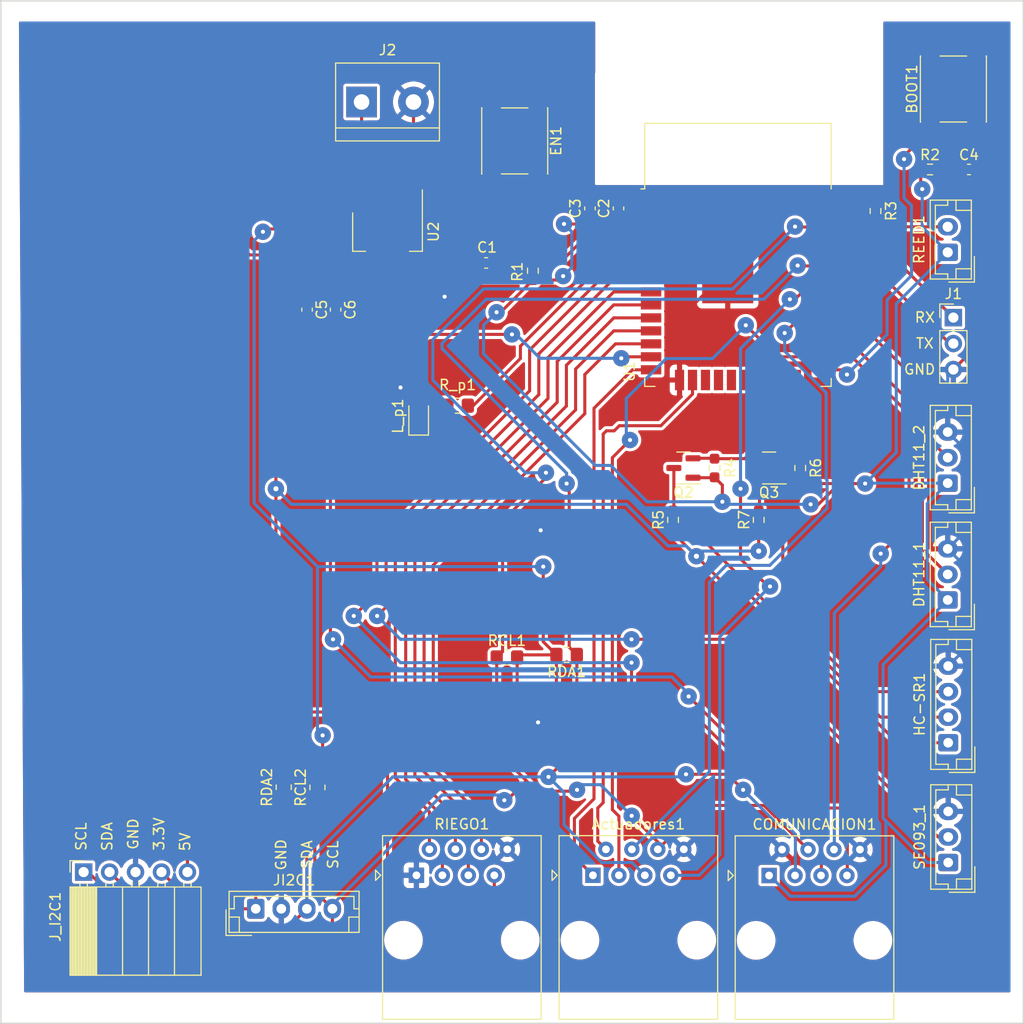
<source format=kicad_pcb>
(kicad_pcb (version 20211014) (generator pcbnew)
  (layers (0 "F.Cu" signal) (31 "B.Cu" signal) (34 "B.Paste" user) (35 "F.Paste" user) (36 "B.SilkS" user "B.Silkscreen") (37 "F.SilkS" user "F.Silkscreen") (38 "B.Mask" user) (39 "F.Mask" user) (44 "Edge.Cuts" user))
  (net 0 "")
  (net 2 "3.3v")
  (net 3 "5v")
  (net 4 "/Esp32Schematic/BOOT")
  (net 5 "SDA")
  (net 6 "/REED")
  (net 7 "/C_hum")
  (net 8 "/ControlV4")
  (net 9 "/ControlV1")
  (net 10 "/ConrolV2")
  (net 17 "/ControlV3")
  (net 18 "/Buzzer")
  (net 19 "/dht11_1d")
  (net 21 "/dht11_2d")
  (net 22 "SCL")
  (net 23 "GND")
  (net 24 "/Botones")
  (net 25 "/Prog_Rx")
  (net 26 "/Prog_Tx")
  (net 27 "Net-(L_p1-Pad2)")
  (net 28 "/ControlV5")
  (net 29 "/LedU1")
  (net 30 "/lm393_1_D")
  (net 31 "Net-(C1-Pad2)")
  (net 32 "/Sensores/Conversor_NLog5/HV1")
  (net 33 "/Sensores/Conversor_NLog5/HV2")
  (net 34 "/Led_Verde")
  (net 35 "/C_temp1")
  (net 36 "/C_temp2")
  (net 37 "/C_ilum")
  (net 38 "/Echo")
  (net 39 "/Trig")
  (net 40 "/Adicional")
  (footprint "Connector_PinHeader_2.54mm:PinHeader_1x03_P2.54mm_Vertical" (layer "F.Cu") (at 144.272 94.757)
    (fp_text reference "J1")
    (fp_text value "Conn_01x03_Male")
  )
  (footprint "Resistor_SMD:R_0603_1608Metric_Pad0.98x0.95mm_HandSolder" (layer "F.Cu") (at 136.652 84.328 90)
    (fp_text reference "R3")
    (fp_text value "2k")
  )
  (footprint "Resistor_SMD:R_0805_2012Metric_Pad1.20x1.40mm_HandSolder" (layer "F.Cu") (at 106.426 127.762 180)
    (fp_text reference "RDA1")
    (fp_text value "10k")
  )
  (footprint "Resistor_SMD:R_0805_2012Metric_Pad1.20x1.40mm_HandSolder" (layer "F.Cu") (at 100.584 128.016)
    (fp_text reference "RCL1")
    (fp_text value "10k")
  )
  (footprint "Capacitor_SMD:C_0603_1608Metric_Pad1.08x0.95mm_HandSolder" (layer "F.Cu") (at 98.552 89.408)
    (fp_text reference "C1")
    (fp_text value "1uF")
  )
  (footprint "TerminalBlock:TerminalBlock_bornier-2_P5.08mm" (layer "F.Cu") (at 86.36 73.66)
    (fp_text reference "J2")
    (fp_text value "Conn_01x02")
  )
  (footprint "Connector_PinSocket_2.54mm:PinSocket_1x05_P2.54mm_Horizontal" (layer "F.Cu") (at 59.162 149.016 90)
    (fp_text reference "J_I2C1")
    (fp_text value "Conn_01x05_Male")
  )
  (footprint "Button_Switch_SMD:SW_Push_1P1T_NO_6x6mm_H9.5mm" (layer "F.Cu") (at 144.272 72.39 90)
    (fp_text reference "BOOT1")
    (fp_text value "SW_Push")
  )
  (footprint "Connector_JST:JST_EH_B3B-EH-A_1x03_P2.50mm_Vertical" (layer "F.Cu") (at 143.718 110.958 90)
    (fp_text reference "DHT11_2")
    (fp_text value "Conn_01x03")
  )
  (footprint "Resistor_SMD:R_0805_2012Metric_Pad1.20x1.40mm_HandSolder" (layer "F.Cu") (at 82.042 140.732 90)
    (fp_text reference "RCL2")
    (fp_text value "10k")
  )
  (footprint "Resistor_SMD:R_0603_1608Metric_Pad0.98x0.95mm_HandSolder" (layer "F.Cu") (at 129.286 109.474 90)
    (fp_text reference "R6")
    (fp_text value "10k")
  )
  (footprint "Connector_JST:JST_EH_B2B-EH-A_1x02_P2.50mm_Vertical" (layer "F.Cu") (at 143.718 88.372 90)
    (fp_text reference "REED1")
    (fp_text value "Conn_01x02")
  )
  (footprint "Resistor_SMD:R_0805_2012Metric_Pad1.20x1.40mm_HandSolder" (layer "F.Cu") (at 95.758 103.378)
    (fp_text reference "R_p1")
    (fp_text value "47")
  )
  (footprint "Resistor_SMD:R_0805_2012Metric_Pad1.20x1.40mm_HandSolder" (layer "F.Cu") (at 78.74 140.716 90)
    (fp_text reference "RDA2")
    (fp_text value "10k")
  )
  (footprint "Connector_JST:JST_EH_B3B-EH-A_1x03_P2.50mm_Vertical" (layer "F.Cu") (at 143.718 122.388 90)
    (fp_text reference "DHT11_1")
    (fp_text value "Conn_01x03")
  )
  (footprint "Resistor_SMD:R_0603_1608Metric_Pad0.98x0.95mm_HandSolder" (layer "F.Cu") (at 116.84 114.554 90)
    (fp_text reference "R5")
    (fp_text value "10k")
  )
  (footprint "Connector_JST:JST_EH_B4B-EH-A_1x04_P2.50mm_Vertical" (layer "F.Cu") (at 76.006 152.608)
    (fp_text reference "JI2C1")
    (fp_text value "Conn_01x04")
  )
  (footprint "Capacitor_SMD:C_0603_1608Metric_Pad1.08x0.95mm_HandSolder" (layer "F.Cu") (at 81.026 93.98 -90)
    (fp_text reference "C5")
    (fp_text value "10u")
  )
  (footprint "RF_Module:ESP32-WROOM-32" (layer "F.Cu") (at 123.19 91.61)
    (fp_text reference "U1")
    (fp_text value "ESP32-WROOM-32")
  )
  (footprint "Capacitor_SMD:C_0603_1608Metric_Pad1.08x0.95mm_HandSolder" (layer "F.Cu") (at 145.796 80.264)
    (fp_text reference "C4")
    (fp_text value "1uF")
  )
  (footprint "Connector_RJ:RJ45_Amphenol_54602-x08_Horizontal" (layer "F.Cu") (at 91.7295 149.332)
    (fp_text reference "RIEGO1")
    (fp_text value "RJ45")
  )
  (footprint "Connector_RJ:RJ45_Amphenol_54602-x08_Horizontal" (layer "F.Cu") (at 109.0015 149.332)
    (fp_text reference "Actuadores1")
    (fp_text value "RJ45")
  )
  (footprint "Package_TO_SOT_SMD:SOT-23" (layer "F.Cu") (at 126.238 109.474 180)
    (fp_text reference "Q3")
    (fp_text value "BSS138")
  )
  (footprint "Capacitor_SMD:C_0603_1608Metric_Pad1.08x0.95mm_HandSolder" (layer "F.Cu") (at 83.82 93.98 -90)
    (fp_text reference "C6")
    (fp_text value "100u")
  )
  (footprint "Button_Switch_SMD:SW_Push_1P1T_NO_6x6mm_H9.5mm" (layer "F.Cu") (at 101.346 77.47 -90)
    (fp_text reference "EN1")
    (fp_text value "SW_Push")
  )
  (footprint "Package_TO_SOT_SMD:SOT-223-3_TabPin2" (layer "F.Cu") (at 88.9 86.36 -90)
    (fp_text reference "U2")
    (fp_text value "AMS1117-3.3")
  )
  (footprint "Connector_RJ:RJ45_Amphenol_54602-x08_Horizontal" (layer "F.Cu") (at 126.238 149.352)
    (fp_text reference "COMUNICACION1")
    (fp_text value "RJ45")
  )
  (footprint "Resistor_SMD:R_0603_1608Metric_Pad0.98x0.95mm_HandSolder" (layer "F.Cu") (at 120.904 109.474 90)
    (fp_text reference "R4")
    (fp_text value "10k")
  )
  (footprint "Connector_JST:JST_EH_B3B-EH-A_1x03_P2.50mm_Vertical" (layer "F.Cu") (at 143.764 148.082 90)
    (fp_text reference "SE093_1")
    (fp_text value "Conn_01x03")
  )
  (footprint "Resistor_SMD:R_0603_1608Metric_Pad0.98x0.95mm_HandSolder" (layer "F.Cu") (at 141.986 80.264)
    (fp_text reference "R2")
    (fp_text value "10k")
  )
  (footprint "LED_SMD:LED_0805_2012Metric_Pad1.15x1.40mm_HandSolder" (layer "F.Cu") (at 91.948 104.394 90)
    (fp_text reference "L_p1")
    (fp_text value "LED")
  )
  (footprint "Resistor_SMD:R_0603_1608Metric_Pad0.98x0.95mm_HandSolder" (layer "F.Cu") (at 103.124 90.17 90)
    (fp_text reference "R1")
    (fp_text value "10k")
  )
  (footprint "Package_TO_SOT_SMD:SOT-23" (layer "F.Cu") (at 117.856 109.474 180)
    (fp_text reference "Q2")
    (fp_text value "BSS138")
  )
  (footprint "Resistor_SMD:R_0603_1608Metric_Pad0.98x0.95mm_HandSolder" (layer "F.Cu") (at 125.222 114.554 90)
    (fp_text reference "R7")
    (fp_text value "10k")
  )
  (footprint "Connector_JST:JST_EH_B4B-EH-A_1x04_P2.50mm_Vertical" (layer "F.Cu") (at 143.764 136.358 90)
    (fp_text reference "HC-SR1")
    (fp_text value "Conn_01x04")
  )
  (footprint "Capacitor_SMD:C_0603_1608Metric_Pad1.08x0.95mm_HandSolder" (layer "F.Cu") (at 108.712 84.074 90)
    (fp_text reference "C3")
    (fp_text value "10uF")
  )
  (footprint "Capacitor_SMD:C_0603_1608Metric_Pad1.08x0.95mm_HandSolder" (layer "F.Cu") (at 111.506 84.074 90)
    (fp_text reference "C2")
    (fp_text value "0.1uF")
  )
  (gr_rect (start 151.13 63.754) (end 51.054 163.83) (layer "Edge.Cuts") (width 0.15) (fill none))
  (gr_text "SDA" (at 81.026 147.32 90) (layer "F.SilkS") (effects (font (size 1 1))))
  (gr_text "GND" (at 140.97 99.822) (layer "F.SilkS") (effects (font (size 1 1))))
  (gr_text "GND" (at 64.008 145.288 90) (layer "F.SilkS") (effects (font (size 1 1))))
  (gr_text "RX" (at 141.478 94.742) (layer "F.SilkS") (effects (font (size 1 1))))
  (gr_text "5V" (at 69.088 146.05 90) (layer "F.SilkS") (effects (font (size 1 1))))
  (gr_text "SDA" (at 61.468 145.542 90) (layer "F.SilkS") (effects (font (size 1 1))))
  (gr_text "SCL" (at 58.928 145.542 90) (layer "F.SilkS") (effects (font (size 1 1))))
  (gr_text "TX" (at 141.478 97.282) (layer "F.SilkS") (effects (font (size 1 1))))
  (gr_text "3.3V" (at 66.548 145.288 90) (layer "F.SilkS") (effects (font (size 1 1))))
  (gr_text "GND" (at 78.486 147.32 90) (layer "F.SilkS") (effects (font (size 1 1))))
  (gr_text "SCL" (at 83.566 147.32 90) (layer "F.SilkS") (effects (font (size 1 1))))
  (segment (start 82.026 139.716) (end 82.042 139.732) (width 0.3) (layer "F.Cu") (net 2))
  (segment (start 106.085094 90.6985) (end 105.701094 91.0825) (width 0.3) (layer "F.Cu") (net 2))
  (segment (start 133.096 110.998) (end 131.064 113.03) (width 0.3) (layer "F.Cu") (net 2))
  (segment (start 99.9725 94.234) (end 103.124 91.0825) (width 0.3) (layer "F.Cu") (net 2))
  (segment (start 105.426 127.762) (end 101.838 127.762) (width 0.3) (layer "F.Cu") (net 2))
  (segment (start 121.666 112.776) (end 121.666 111.1485) (width 0.3) (layer "F.Cu") (net 2))
  (segment (start 85.2925 93.1175) (end 83.82 93.1175) (width 0.3) (layer "F.Cu") (net 2))
  (segment (start 90.4725 91.0825) (end 88.9 89.51) (width 0.3) (layer "F.Cu") (net 2))
  (segment (start 99.568 94.234) (end 99.9725 94.234) (width 0.3) (layer "F.Cu") (net 2))
  (segment (start 101.584 131.318) (end 101.584 128.016) (width 0.3) (layer "F.Cu") (net 2))
  (segment (start 121.666 111.1485) (end 120.904 110.3865) (width 0.3) (layer "F.Cu") (net 2))
  (segment (start 82.55 135.636) (end 82.55 139.224) (width 0.3) (layer "F.Cu") (net 2))
  (segment (start 104.14 119.126) (end 104.14 126.476) (width 0.3) (layer "F.Cu") (net 2))
  (segment (start 141.224 82.182339) (end 141.0735 82.031839) (width 0.3) (layer "F.Cu") (net 2))
  (segment (start 129.8975 110.998) (end 129.286 110.3865) (width 0.3) (layer "F.Cu") (net 2))
  (segment (start 78.74 139.716) (end 82.026 139.716) (width 0.3) (layer "F.Cu") (net 2))
  (segment (start 82.55 139.224) (end 82.042 139.732) (width 0.3) (layer "F.Cu") (net 2))
  (segment (start 101.838 127.762) (end 101.584 128.016) (width 0.3) (layer "F.Cu") (net 2))
  (segment (start 101.584 131.318) (end 105.426 131.318) (width 0.3) (layer "F.Cu") (net 2))
  (segment (start 88.9 89.51) (end 85.2925 93.1175) (width 0.3) (layer "F.Cu") (net 2))
  (segment (start 135.636 110.998) (end 133.096 110.998) (width 0.3) (layer "F.Cu") (net 2))
  (segment (start 85.476 86.086) (end 88.9 89.51) (width 0.3) (layer "F.Cu") (net 2))
  (segment (start 76.006 152.608) (end 76.006 140.402) (width 0.3) (layer "F.Cu") (net 2))
  (segment (start 76.982 86.086) (end 76.708 86.36) (width 0.3) (layer "F.Cu") (net 2))
  (segment (start 105.701094 91.0825) (end 103.124 91.0825) (width 0.3) (layer "F.Cu") (net 2))
  (segment (start 131.064 113.03) (end 130.302 113.03) (width 0.3) (layer "F.Cu") (net 2))
  (segment (start 76.692 139.716) (end 78.74 139.716) (width 0.3) (layer "F.Cu") (net 2))
  (segment (start 111.506 84.9365) (end 108.712 84.9365) (width 0.3) (layer "F.Cu") (net 2))
  (segment (start 76.006 152.608) (end 70.374 152.608) (width 0.3) (layer "F.Cu") (net 2))
  (segment (start 76.006 140.402) (end 76.692 139.716) (width 0.3) (layer "F.Cu") (net 2))
  (segment (start 104.14 126.476) (end 105.426 127.762) (width 0.3) (layer "F.Cu") (net 2))
  (segment (start 85.476 86.086) (end 76.982 86.086) (width 0.3) (layer "F.Cu") (net 2))
  (segment (start 106.172 85.598) (end 108.0505 85.598) (width 0.3) (layer "F.Cu") (net 2))
  (segment (start 129.2485 110.424) (end 129.286 110.3865) (width 0.3) (layer "F.Cu") (net 2))
  (segment (start 111.8175 84.625) (end 111.506 84.9365) (width 0.3) (layer "F.Cu") (net 2))
  (segment (start 127.1755 110.424) (end 129.2485 110.424) (width 0.3) (layer "F.Cu") (net 2))
  (segment (start 114.69 84.625) (end 111.8175 84.625) (width 0.3) (layer "F.Cu") (net 2))
  (segment (start 103.124 91.0825) (end 90.4725 91.0825) (width 0.3) (layer "F.Cu") (net 2))
  (segment (start 70.374 152.608) (end 66.782 149.016) (width 0.3) (layer "F.Cu") (net 2))
  (segment (start 108.0505 85.598) (end 108.712 84.9365) (width 0.3) (layer "F.Cu") (net 2))
  (segment (start 141.0735 82.031839) (end 141.0735 80.264) (width 0.3) (layer "F.Cu") (net 2))
  (segment (start 133.096 110.998) (end 129.8975 110.998) (width 0.3) (layer "F.Cu") (net 2))
  (segment (start 118.7935 110.424) (end 120.8665 110.424) (width 0.3) (layer "F.Cu") (net 2))
  (segment (start 105.426 131.318) (end 105.426 127.762) (width 0.3) (layer "F.Cu") (net 2))
  (segment (start 88.9 89.51) (end 88.9 83.21) (width 0.3) (layer "F.Cu") (net 2))
  (segment (start 120.8665 110.424) (end 120.904 110.3865) (width 0.3) (layer "F.Cu") (net 2))
  (via (at 121.666 112.776) (size 1.6) (drill 0.4) (layers "F.Cu" "B.Cu") (net 2))
  (via (at 130.302 113.03) (size 1.6) (drill 0.4) (layers "F.Cu" "B.Cu") (net 2))
  (via (at 76.708 86.36) (size 1.6) (drill 0.4) (layers "F.Cu" "B.Cu") (net 2))
  (via (at 82.55 135.636) (size 1.6) (drill 0.4) (layers "F.Cu" "B.Cu") (net 2))
  (via (at 104.14 119.126) (size 1.6) (drill 0.4) (layers "F.Cu" "B.Cu") (net 2))
  (via (at 106.172 85.598) (size 1.6) (drill 0.4) (layers "F.Cu" "B.Cu") (net 2))
  (via (at 106.085094 90.6985) (size 1.6) (drill 0.4) (layers "F.Cu" "B.Cu") (net 2))
  (via (at 99.568 94.234) (size 1.6) (drill 0.4) (layers "F.Cu" "B.Cu") (net 2))
  (via (at 135.636 110.998) (size 1.6) (drill 0.4) (layers "F.Cu" "B.Cu") (net 2))
  (via (at 141.224 82.182339) (size 1.6) (drill 0.4) (layers "F.Cu" "B.Cu") (net 2))
  (segment (start 75.848 87.22) (end 75.848 112.932) (width 0.3) (layer "B.Cu") (net 2))
  (segment (start 106.085094 90.6985) (end 106.934 89.849594) (width 0.3) (layer "B.Cu") (net 2))
  (segment (start 141.715871 112.960129) (end 141.715871 120.385871) (width 0.3) (layer "B.Cu") (net 2))
  (segment (start 143.718 110.958) (end 141.715871 112.960129) (width 0.3) (layer "B.Cu") (net 2))
  (segment (start 114.3 112.776) (end 121.666 112.776) (width 0.3) (layer "B.Cu") (net 2))
  (segment (start 76.708 86.36) (end 75.848 87.22) (width 0.3) (layer "B.Cu") (net 2))
  (segment (start 122.174 113.03) (end 121.92 113.03) (width 0.3) (layer "B.Cu") (net 2))
  (segment (start 98.298 95.504) (end 98.298 98.298) (width 0.3) (layer "B.Cu") (net 2))
  (segment (start 82.042 135.128) (end 82.55 135.636) (width 0.3) (layer "B.Cu") (net 2))
  (segment (start 143.764 148.082) (end 141.732 148.082) (width 0.3) (layer "B.Cu") (net 2))
  (segment (start 106.934 89.849594) (end 106.934 86.36) (width 0.3) (layer "B.Cu") (net 2))
  (segment (start 137.394 143.744) (end 137.394 128.712) (width 0.3) (layer "B.Cu") (net 2))
  (segment (start 121.92 113.03) (end 121.666 112.776) (width 0.3) (layer "B.Cu") (net 2))
  (segment (start 106.934 86.36) (end 106.172 85.598) (width 0.3) (layer "B.Cu") (net 2))
  (segment (start 137.668 148.336) (end 134.62 151.384) (width 0.3) (layer "B.Cu") (net 2))
  (segment (start 130.302 113.03) (end 122.174 113.03) (width 0.3) (layer "B.Cu") (net 2))
  (segment (start 134.62 151.384) (end 128.3255 151.384) (width 0.3) (layer "B.Cu") (net 2))
  (segment (start 141.224 82.182339) (end 141.224 85.878) (width 0.3) (layer "B.Cu") (net 2))
  (segment (start 135.636 110.998) (end 138.684 107.95) (width 0.3) (layer "B.Cu") (net 2))
  (segment (start 135.636 110.998) (end 135.676 110.958) (width 0.3) (layer "B.Cu") (net 2))
  (segment (start 98.298 98.298) (end 109.22 109.22) (width 0.3) (layer "B.Cu") (net 2))
  (segment (start 109.22 109.22) (end 110.744 109.22) (width 0.3) (layer "B.Cu") (net 2))
  (segment (start 82.042 119.126) (end 104.14 119.126) (width 0.3) (layer "B.Cu") (net 2))
  (segment (start 138.684 107.95) (end 138.684 93.406) (width 0.3) (layer "B.Cu") (net 2))
  (segment (start 137.668 144.018) (end 137.668 148.336) (width 0.3) (layer "B.Cu") (net 2))
  (segment (start 110.744 109.22) (end 114.3 112.776) (width 0.3) (layer "B.Cu") (net 2))
  (segment (start 75.848 112.932) (end 82.042 119.126) (width 0.3) (layer "B.Cu") (net 2))
  (segment (start 128.3255 151.384) (end 126.2735 149.332) (width 0.3) (layer "B.Cu") (net 2))
  (segment (start 135.676 110.958) (end 143.718 110.958) (width 0.3) (layer "B.Cu") (net 2))
  (segment (start 138.684 93.406) (end 143.718 88.372) (width 0.3) (layer "B.Cu") (net 2))
  (segment (start 82.042 119.126) (end 82.042 135.128) (width 0.3) (layer "B.Cu") (net 2))
  (segment (start 141.715871 120.385871) (end 143.718 122.388) (width 0.3) (layer "B.Cu") (net 2))
  (segment (start 99.568 94.234) (end 98.298 95.504) (width 0.3) (layer "B.Cu") (net 2))
  (segment (start 141.224 85.878) (end 143.718 88.372) (width 0.3) (layer "B.Cu") (net 2))
  (segment (start 141.732 148.082) (end 137.394 143.744) (width 0.3) (layer "B.Cu") (net 2))
  (segment (start 137.394 128.712) (end 143.718 122.388) (width 0.3) (layer "B.Cu") (net 2))
  (segment (start 121.92 120.904) (end 123.33816 120.904) (width 0.3) (layer "F.Cu") (net 3))
  (segment (start 77.978 111.506) (end 77.978 93.218) (width 0.3) (layer "F.Cu") (net 3))
  (segment (start 88.9 150.622) (end 90.932 152.654) (width 0.3) (layer "F.Cu") (net 3))
  (segment (start 97.536 152.654) (end 99.3495 150.8405) (width 0.3) (layer "F.Cu") (net 3))
  (segment (start 86.36 82.97) (end 86.6 83.21) (width 0.3) (layer "F.Cu") (net 3))
  (segment (start 88.9 137.668) (end 88.9 150.622) (width 0.3) (layer "F.Cu") (net 3))
  (segment (start 74.676 87.884) (end 75.418 88.626) (width 0.3) (layer "F.Cu") (net 3))
  (segment (start 77.298 88.626) (end 81.026 92.354) (width 0.3) (layer "F.Cu") (net 3))
  (segment (start 119.126 118.11) (end 121.92 120.904) (width 0.3) (layer "F.Cu") (net 3))
  (segment (start 116.84 115.824) (end 116.84 115.4665) (width 0.3) (layer "F.Cu") (net 3))
  (segment (start 99.3495 150.8405) (end 99.3495 149.332) (width 0.3) (layer "F.Cu") (net 3))
  (segment (start 78.0785 93.1175) (end 81.026 93.1175) (width 0.3) (layer "F.Cu") (net 3))
  (segment (start 77.978 111.506) (end 77.978 131.826) (width 0.3) (layer "F.Cu") (net 3))
  (segment (start 79.502 133.35) (end 84.582 133.35) (width 0.3) (layer "F.Cu") (net 3))
  (segment (start 75.418 88.626) (end 77.298 88.626) (width 0.3) (layer "F.Cu") (net 3))
  (segment (start 76.708 83.566) (end 74.676 85.598) (width 0.3) (layer "F.Cu") (net 3))
  (segment (start 119.126 118.11) (end 116.84 115.824) (width 0.3) (layer "F.Cu") (net 3))
  (segment (start 74.676 85.598) (end 74.676 87.884) (width 0.3) (layer "F.Cu") (net 3))
  (segment (start 90.932 152.654) (end 97.536 152.654) (width 0.3) (layer "F.Cu") (net 3))
  (segment (start 77.978 93.218) (end 78.0785 93.1175) (width 0.3) (layer "F.Cu") (net 3))
  (segment (start 77.978 131.826) (end 79.502 133.35) (width 0.3) (layer "F.Cu") (net 3))
  (segment (start 86.244 83.566) (end 76.708 83.566) (width 0.3) (layer "F.Cu") (net 3))
  (segment (start 69.322 143.276) (end 69.322 149.016) (width 0.3) (layer "F.Cu") (net 3))
  (segment (start 123.33816 120.904) (end 138.79216 136.358) (width 0.3) (layer "F.Cu") (net 3))
  (segment (start 86.36 73.66) (end 86.36 82.97) (width 0.3) (layer "F.Cu") (net 3))
  (segment (start 77.978 131.826) (end 77.978 134.62) (width 0.3) (layer "F.Cu") (net 3))
  (segment (start 81.026 92.354) (end 81.026 93.1175) (width 0.3) (layer "F.Cu") (net 3))
  (segment (start 77.978 134.62) (end 69.322 143.276) (width 0.3) (layer "F.Cu") (net 3))
  (segment (start 125.222 117.602) (end 125.222 115.4665) (width 0.3) (layer "F.Cu") (net 3))
  (segment (start 86.6 83.21) (end 86.244 83.566) (width 0.3) (layer "F.Cu") (net 3))
  (segment (start 138.79216 136.358) (end 143.764 136.358) (width 0.3) (layer "F.Cu") (net 3))
  (segment (start 84.582 133.35) (end 88.9 137.668) (width 0.3) (layer "F.Cu") (net 3))
  (via (at 77.978 111.506) (size 1.6) (drill 0.5) (layers "F.Cu" "B.Cu") (net 3))
  (via (at 125.222 117.602) (size 1.6) (drill 0.5) (layers "F.Cu" "B.Cu") (net 3))
  (via (at 119.126 118.11) (size 1.6) (drill 0.5) (layers "F.Cu" "B.Cu") (net 3))
  (segment (start 118.11 117.094) (end 116.332 117.094) (width 0.3) (layer "B.Cu") (net 3))
  (segment (start 116.332 117.094) (end 112.268 113.03) (width 0.3) (layer "B.Cu") (net 3))
  (segment (start 119.634 117.602) (end 125.222 117.602) (width 0.3) (layer "B.Cu") (net 3))
  (segment (start 119.126 118.11) (end 118.11 117.094) (width 0.3) (layer "B.Cu") (net 3))
  (segment (start 119.126 118.11) (end 119.634 117.602) (width 0.3) (layer "B.Cu") (net 3))
  (segment (start 112.268 113.03) (end 79.502 113.03) (width 0.3) (layer "B.Cu") (net 3))
  (segment (start 79.502 113.03) (end 77.978 111.506) (width 0.3) (layer "B.Cu") (net 3))
  (segment (start 142.022 77.3525) (end 144.9335 80.264) (width 0.3) (layer "F.Cu") (net 4))
  (segment (start 133.393 99.865) (end 133.858 100.33) (width 0.3) (layer "F.Cu") (net 4))
  (segment (start 139.446 79.248) (end 139.446 78.941) (width 0.3) (layer "F.Cu") (net 4))
  (segment (start 142.022 76.365) (end 142.022 68.415) (width 0.3) (layer "F.Cu") (net 4))
  (segment (start 139.446 78.941) (end 142.022 76.365) (width 0.3) (layer "F.Cu") (net 4))
  (segment (start 131.69 99.865) (end 133.393 99.865) (width 0.3) (layer "F.Cu") (net 4))
  (segment (start 142.022 76.365) (end 142.022 77.3525) (width 0.3) (layer "F.Cu") (net 4))
  (segment (start 144.9335 80.264) (end 142.8985 80.264) (width 0.3) (layer "F.Cu") (net 4))
  (via (at 133.858 100.33) (size 1.6) (drill 0.4) (layers "F.Cu" "B.Cu") (net 4))
  (via (at 139.446 79.248) (size 1.6) (drill 0.4) (layers "F.Cu" "B.Cu") (net 4))
  (segment (start 140.173604 90.643604) (end 140.173604 83.785604) (width 0.3) (layer "B.Cu") (net 4))
  (segment (start 133.858 100.33) (end 137.784 96.404) (width 0.3) (layer "B.Cu") (net 4))
  (segment (start 137.784 96.404) (end 137.784 93.98) (width 0.3) (layer "B.Cu") (net 4))
  (segment (start 140.173604 83.785604) (end 139.446 83.058) (width 0.3) (layer "B.Cu") (net 4))
  (segment (start 137.784 93.98) (end 137.784 93.033208) (width 0.3) (layer "B.Cu") (net 4))
  (segment (start 137.784 93.033208) (end 140.173604 90.643604) (width 0.3) (layer "B.Cu") (net 4))
  (segment (start 139.446 83.058) (end 139.446 79.248) (width 0.3) (layer "B.Cu") (net 4))
  (segment (start 129.075 89.705) (end 129.032 89.662) (width 0.3) (layer "F.Cu") (net 5))
  (segment (start 68.388 155.702) (end 61.702 149.016) (width 0.3) (layer "F.Cu") (net 5))
  (segment (start 106.68 111.252) (end 106.68 127.013918) (width 0.3) (layer "F.Cu") (net 5))
  (segment (start 131.69 89.705) (end 129.075 89.705) (width 0.3) (layer "F.Cu") (net 5))
  (segment (start 81.006 152.608) (end 77.912 155.702) (width 0.3) (layer "F.Cu") (net 5))
  (segment (start 118.11 139.446) (end 122.174 139.446) (width 0.3) (layer "F.Cu") (net 5))
  (segment (start 107.426 136.922) (end 107.426 131.318) (width 0.3) (layer "F.Cu") (net 5))
  (segment (start 104.648 139.7) (end 107.426 136.922) (width 0.3) (layer "F.Cu") (net 5))
  (segment (start 77.912 155.702) (end 68.388 155.702) (width 0.3) (layer "F.Cu") (net 5))
  (segment (start 81.006 143.982) (end 81.006 152.608) (width 0.3) (layer "F.Cu") (net 5))
  (segment (start 106.426 110.998) (end 106.68 111.252) (width 0.3) (layer "F.Cu") (net 5))
  (segment (start 122.174 139.446) (end 123.698 140.97) (width 0.3) (layer "F.Cu") (net 5))
  (segment (start 106.68 127.013918) (end 107.426 127.759918) (width 0.3) (layer "F.Cu") (net 5))
  (segment (start 107.426 127.762) (end 107.426 131.318) (width 0.3) (layer "F.Cu") (net 5))
  (segment (start 107.426 127.759918) (end 107.426 127.762) (width 0.3) (layer "F.Cu") (net 5))
  (segment (start 78.74 141.716) (end 81.006 143.982) (width 0.3) (layer "F.Cu") (net 5))
  (via (at 104.648 139.7) (size 1.6) (drill 0.4) (layers "F.Cu" "B.Cu") (net 5))
  (via (at 129.032 89.662) (size 1.6) (drill 0.4) (layers "F.Cu" "B.Cu") (net 5))
  (via (at 123.698 140.97) (size 1.6) (drill 0.4) (layers "F.Cu" "B.Cu") (net 5))
  (via (at 118.11 139.446) (size 1.6) (drill 0.4) (layers "F.Cu" "B.Cu") (net 5))
  (via (at 106.426 110.998) (size 1.6) (drill 0.4) (layers "F.Cu" "B.Cu") (net 5))
  (segment (start 106.426 110.998) (end 106.426 109.982) (width 0.3) (layer "B.Cu") (net 5))
  (segment (start 117.856 139.7) (end 118.11 139.446) (width 0.3) (layer "B.Cu") (net 5))
  (segment (start 104.648 139.7) (end 89.408 139.7) (width 0.3) (layer "B.Cu") (net 5))
  (segment (start 106.172 144.389557) (end 109.864443 148.082) (width 0.3) (layer "B.Cu") (net 5))
  (segment (start 106.172 141.224) (end 106.172 144.389557) (width 0.3) (layer "B.Cu") (net 5))
  (segment (start 106.426 109.982) (end 94.234 97.79) (width 0.3) (layer "B.Cu") (net 5))
  (segment (start 127 144.272) (end 127.762 144.272) (width 0.3) (layer "B.Cu") (net 5))
  (segment (start 112.8315 148.082) (end 114.0815 149.332) (width 0.3) (layer "B.Cu") (net 5))
  (segment (start 104.648 139.7) (end 117.856 139.7) (width 0.3) (layer "B.Cu") (net 5))
  (segment (start 104.648 139.7) (end 106.172 141.224) (width 0.3) (layer "B.Cu") (net 5))
  (segment (start 125.73 92.964) (end 129.032 89.662) (width 0.3) (layer "B.Cu") (net 5))
  (segment (start 128.8135 145.3235) (end 128.8135 149.332) (width 0.3) (layer "B.Cu") (net 5))
  (segment (start 94.234 97.282) (end 98.552 92.964) (width 0.3) (layer "B.Cu") (net 5))
  (segment (start 109.864443 148.082) (end 112.8315 148.082) (width 0.3) (layer "B.Cu") (net 5))
  (segment (start 89.408 139.7) (end 81.006 148.102) (width 0.3) (layer "B.Cu") (net 5))
  (segment (start 98.552 92.964) (end 125.73 92.964) (width 0.3) (layer "B.Cu") (net 5))
  (segment (start 127.762 144.272) (end 128.8135 145.3235) (width 0.3) (layer "B.Cu") (net 5))
  (segment (start 94.234 97.79) (end 94.234 97.282) (width 0.3) (layer "B.Cu") (net 5))
  (segment (start 81.006 148.102) (end 81.006 152.608) (width 0.3) (layer "B.Cu") (net 5))
  (segment (start 123.698 140.97) (end 127 144.272) (width 0.3) (layer "B.Cu") (net 5))
  (segment (start 136.652 85.2405) (end 137.2835 85.872) (width 0.3) (layer "F.Cu") (net 6))
  (segment (start 131.69 84.625) (end 136.0365 84.625) (width 0.3) (layer "F.Cu") (net 6))
  (segment (start 137.2835 85.872) (end 143.718 85.872) (width 0.3) (layer "F.Cu") (net 6))
  (segment (start 136.0365 84.625) (end 136.652 85.2405) (width 0.3) (layer "F.Cu") (net 6))
  (segment (start 129.243 94.785) (end 127.762 96.266) (width 0.3) (layer "F.Cu") (net 7))
  (segment (start 131.69 94.785) (end 129.243 94.785) (width 0.3) (layer "F.Cu") (net 7))
  (via (at 127.762 96.266) (size 1.6) (drill 0.4) (layers "F.Cu" "B.Cu") (net 7))
  (segment (start 127.762 96.266) (end 127.762 98.044) (width 0.3) (layer "B.Cu") (net 7))
  (segment (start 131.826 110.579328) (end 131.915336 110.668664) (width 0.3) (layer "B.Cu") (net 7))
  (segment (start 122.044 119.002) (end 120.396 120.65) (width 0.3) (layer "B.Cu") (net 7))
  (segment (start 120.396 139.2075) (end 112.8115 146.792) (width 0.3) (layer "B.Cu") (net 7))
  (segment (start 131.826 102.108) (end 131.826 110.579328) (width 0.3) (layer "B.Cu") (net 7))
  (segment (start 127.762 98.044) (end 131.826 102.108) (width 0.3) (layer "B.Cu") (net 7))
  (segment (start 126.309899 119.002) (end 122.044 119.002) (width 0.3) (layer "B.Cu") (net 7))
  (segment (start 131.915336 113.396563) (end 126.309899 119.002) (width 0.3) (layer "B.Cu") (net 7))
  (segment (start 131.915336 110.668664) (end 131.915336 113.396563) (width 0.3) (layer "B.Cu") (net 7))
  (segment (start 120.396 120.65) (end 120.396 139.2075) (width 0.3) (layer "B.Cu") (net 7))
  (segment (start 111.035416 93.515) (end 105.504 99.046416) (width 0.3) (layer "F.Cu") (net 8))
  (segment (start 90.678 117.864376) (end 90.678 139.954) (width 0.3) (layer "F.Cu") (net 8))
  (segment (start 94.2695 144.3075) (end 94.2695 149.332) (width 0.3) (layer "F.Cu") (net 8))
  (segment (start 90.678 139.954) (end 94.234 143.51) (width 0.3) (layer "F.Cu") (net 8))
  (segment (start 105.504 99.046416) (end 105.504 103.038376) (width 0.3) (layer "F.Cu") (net 8))
  (segment (start 114.69 93.515) (end 111.035416 93.515) (width 0.3) (layer "F.Cu") (net 8))
  (segment (start 94.234 143.51) (end 94.234 144.272) (width 0.3) (layer "F.Cu") (net 8))
  (segment (start 105.504 103.038376) (end 90.678 117.864376) (width 0.3) (layer "F.Cu") (net 8))
  (segment (start 94.234 144.272) (end 94.2695 144.3075) (width 0.3) (layer "F.Cu") (net 8))
  (segment (start 114.69 97.325) (end 111.209 97.325) (width 0.3) (layer "F.Cu") (net 9))
  (segment (start 108.204 104.156752) (end 93.378 118.982752) (width 0.3) (layer "F.Cu") (net 9))
  (segment (start 108.204 100.33) (end 108.204 104.156752) (width 0.3) (layer "F.Cu") (net 9))
  (segment (start 111.209 97.325) (end 108.204 100.33) (width 0.3) (layer "F.Cu") (net 9))
  (segment (start 98.0795 143.537124) (end 98.0795 146.792) (width 0.3) (layer "F.Cu") (net 9))
  (segment (start 93.378 138.835624) (end 98.0795 143.537124) (width 0.3) (layer "F.Cu") (net 9))
  (segment (start 93.378 118.982752) (end 93.378 138.835624) (width 0.3) (layer "F.Cu") (net 9))
  (segment (start 92.478 139.208416) (end 96.774 143.504416) (width 0.3) (layer "F.Cu") (net 10))
  (segment (start 96.8095 144.8155) (end 96.8095 149.332) (width 0.3) (layer "F.Cu") (net 10))
  (segment (start 96.774 143.504416) (end 96.774 144.78) (width 0.3) (layer "F.Cu") (net 10))
  (segment (start 114.69 96.055) (end 111.041 96.055) (width 0.3) (layer "F.Cu") (net 10))
  (segment (start 107.304 103.78396) (end 92.478 118.60996) (width 0.3) (layer "F.Cu") (net 10))
  (segment (start 107.304 99.792) (end 107.304 103.78396) (width 0.3) (layer "F.Cu") (net 10))
  (segment (start 92.478 118.60996) (end 92.478 139.208416) (width 0.3) (layer "F.Cu") (net 10))
  (segment (start 111.041 96.055) (end 107.304 99.792) (width 0.3) (layer "F.Cu") (net 10))
  (segment (start 96.774 144.78) (end 96.8095 144.8155) (width 0.3) (layer "F.Cu") (net 10))
  (segment (start 91.578 139.581208) (end 95.5395 143.542708) (width 0.3) (layer "F.Cu") (net 17))
  (segment (start 106.404 99.419208) (end 106.404 103.411168) (width 0.3) (layer "F.Cu") (net 17))
  (segment (start 95.5395 143.542708) (end 95.5395 146.792) (width 0.3) (layer "F.Cu") (net 17))
  (segment (start 106.404 103.411168) (end 91.578 118.237168) (width 0.3) (layer "F.Cu") (net 17))
  (segment (start 111.038208 94.785) (end 106.404 99.419208) (width 0.3) (layer "F.Cu") (net 17))
  (segment (start 91.578 118.237168) (end 91.578 139.581208) (width 0.3) (layer "F.Cu") (net 17))
  (segment (start 114.69 94.785) (end 111.038208 94.785) (width 0.3) (layer "F.Cu") (net 17))
  (segment (start 129.286 142.748) (end 132.334 142.748) (width 0.3) (layer "F.Cu") (net 18))
  (segment (start 133.096 142.748) (end 133.8935 143.5455) (width 0.3) (layer "F.Cu") (net 18))
  (segment (start 133.8935 143.5455) (end 133.8935 149.332) (width 0.3) (layer "F.Cu") (net 18))
  (segment (start 83.312 105.918) (end 92.827065 96.402935) (width 0.3) (layer "F.Cu") (net 18))
  (segment (start 118.364 131.826) (end 129.286 142.748) (width 0.3) (layer "F.Cu") (net 18))
  (segment (start 83.566 126.238) (end 83.312 125.984) (width 0.3) (layer "F.Cu") (net 18))
  (segment (start 83.312 125.984) (end 83.312 105.918) (width 0.3) (layer "F.Cu") (net 18))
  (segment (start 132.334 142.748) (end 133.096 142.748) (width 0.3) (layer "F.Cu") (net 18))
  (segment (start 114.69 98.595) (end 111.918192 98.595) (width 0.3) (layer "F.Cu") (net 18))
  (segment (start 111.918192 98.595) (end 111.774346 98.738846) (width 0.3) (layer "F.Cu") (net 18))
  (segment (start 92.827065 96.402935) (end 101.077121 96.402935) (width 0.3) (layer "F.Cu") (net 18))
  (via (at 118.364 131.826) (size 1.6) (drill 0.4) (layers "F.Cu" "B.Cu") (net 18))
  (via (at 83.566 126.238) (size 1.6) (drill 0.4) (layers "F.Cu" "B.Cu") (net 18))
  (via (at 101.077121 96.402935) (size 1.6) (drill 0.4) (layers "F.Cu" "B.Cu") (net 18))
  (via (at 111.774346 98.738846) (size 1.6) (drill 0.4) (layers "F.Cu" "B.Cu") (net 18))
  (segment (start 101.077121 96.402935) (end 101.482935 96.402935) (width 0.3) (layer "B.Cu") (net 18))
  (segment (start 118.364 131.572) (end 118.364 131.826) (width 0.3) (layer "B.Cu") (net 18))
  (segment (start 87.252 129.924) (end 116.716 129.924) (width 0.3) (layer "B.Cu") (net 18))
  (segment (start 103.818846 98.738846) (end 111.774346 98.738846) (width 0.3) (layer "B.Cu") (net 18))
  (segment (start 101.482935 96.402935) (end 103.818846 98.738846) (width 0.3) (layer "B.Cu") (net 18))
  (segment (start 116.716 129.924) (end 117.856 131.064) (width 0.3) (layer "B.Cu") (net 18))
  (segment (start 83.566 126.238) (end 87.252 129.924) (width 0.3) (layer "B.Cu") (net 18))
  (segment (start 117.856 131.064) (end 118.364 131.572) (width 0.3) (layer "B.Cu") (net 18))
  (segment (start 133.07 96.055) (end 141.243 104.228) (width 0.3) (layer "F.Cu") (net 19))
  (segment (start 131.69 96.055) (end 133.07 96.055) (width 0.3) (layer "F.Cu") (net 19))
  (segment (start 141.243 104.228) (end 141.243 117.413) (width 0.3) (layer "F.Cu") (net 19))
  (segment (start 141.243 117.413) (end 143.718 119.888) (width 0.3) (layer "F.Cu") (net 19))
  (segment (start 142.143 102.368) (end 142.143 106.883) (width 0.3) (layer "F.Cu") (net 21))
  (segment (start 131.69 93.515) (end 133.29 93.515) (width 0.3) (layer "F.Cu") (net 21))
  (segment (start 133.29 93.515) (end 142.143 102.368) (width 0.3) (layer "F.Cu") (net 21))
  (segment (start 142.143 106.883) (end 143.718 108.458) (width 0.3) (layer "F.Cu") (net 21))
  (segment (start 67.818 157.226) (end 80.772 157.226) (width 0.3) (layer "F.Cu") (net 22))
  (segment (start 99.584 128.016) (end 99.584 131.318) (width 0.3) (layer "F.Cu") (net 22))
  (segment (start 100.160596 127.439404) (end 99.584 128.016) (width 0.3) (layer "F.Cu") (net 22))
  (segment (start 112.790484 143.509583) (end 115.3515 146.070599) (width 0.3) (layer "F.Cu") (net 22))
  (segment (start 81.788 141.986) (end 81.788 150.89) (width 0.3) (layer "F.Cu") (net 22))
  (segment (start 82.042 141.732) (end 81.788 141.986) (width 0.3) (layer "F.Cu") (net 22))
  (segment (start 103.508 141.1) (end 102.489 140.081) (width 0.3) (layer "F.Cu") (net 22))
  (segment (start 119.6495 142.494) (end 125.73 142.494) (width 0.3) (layer "F.Cu") (net 22))
  (segment (start 100.584 141.986) (end 100.33 141.986) (width 0.3) (layer "F.Cu") (net 22))
  (segment (start 59.162 149.016) (end 59.608 149.016) (width 0.3) (layer "F.Cu") (net 22))
  (segment (start 102.489 140.081) (end 99.584 137.176) (width 0.3) (layer "F.Cu") (net 22))
  (segment (start 80.772 157.226) (end 83.506 154.492) (width 0.3) (layer "F.Cu") (net 22))
  (segment (start 115.3515 146.792) (end 119.6495 142.494) (width 0.3) (layer "F.Cu") (net 22))
  (segment (start 125.73 142.494) (end 130.048 146.812) (width 0.3) (layer "F.Cu") (net 22))
  (segment (start 59.608 149.016) (end 67.818 157.226) (width 0.3) (layer "F.Cu") (net 22))
  (segment (start 102.489 140.081) (end 100.584 141.986) (width 0.3) (layer "F.Cu") (net 22))
  (segment (start 104.402376 110.410124) (end 100.160596 114.651904) (width 0.3) (layer "F.Cu") (net 22))
  (segment (start 81.788 150.89) (end 83.506 152.608) (width 0.3) (layer "F.Cu") (net 22))
  (segment (start 100.160596 114.651904) (end 100.160596 127.439404) (width 0.3) (layer "F.Cu") (net 22))
  (segment (start 107.312 141.1) (end 103.508 141.1) (width 0.3) (layer "F.Cu") (net 22))
  (segment (start 131.69 85.895) (end 128.821 85.895) (width 0.3) (layer "F.Cu") (net 22))
  (segment (start 115.3515 146.070599) (end 115.3515 146.792) (width 0.3) (layer "F.Cu") (net 22))
  (segment (start 83.506 154.492) (end 83.506 152.608) (width 0.3) (layer "F.Cu") (net 22))
  (segment (start 107.442 140.97) (end 107.312 141.1) (width 0.3) (layer "F.Cu") (net 22))
  (segment (start 128.821 85.895) (end 128.778 85.852) (width 0.3) (layer "F.Cu") (net 22))
  (segment (start 104.402376 109.937568) (end 104.402376 110.410124) (width 0.3) (layer "F.Cu") (net 22))
  (segment (start 99.584 137.176) (end 99.584 131.318) (width 0.3) (layer "F.Cu") (net 22))
  (via (at 128.778 85.852) (size 1.6) (drill 0.4) (layers "F.Cu" "B.Cu") (net 22))
  (via (at 107.442 140.97) (size 1.6) (drill 0.4) (layers "F.Cu" "B.Cu") (net 22))
  (via (at 104.402376 109.937568) (size 1.6) (drill 0.4) (layers "F.Cu" "B.Cu") (net 22))
  (via (at 112.790484 143.509583) (size 1.6) (drill 0.4) (layers "F.Cu" "B.Cu") (net 22))
  (via (at 100.33 141.986) (size 1.6) (drill 0.4) (layers "F.Cu" "B.Cu") (net 22))
  (segment (start 128.778 85.852) (end 122.682 91.948) (width 0.3) (layer "B.Cu") (net 22))
  (segment (start 93.334 96.909208) (end 98.179208 92.064) (width 0.3) (layer "B.Cu") (net 22))
  (segment (start 83.506 152.608) (end 83.506 152.206) (width 0.3) (layer "B.Cu") (net 22))
  (segment (start 93.334 100.8825) (end 93.334 96.909208) (width 0.3) (layer "B.Cu") (net 22))
  (segment (start 99.822 141.478) (end 100.33 141.986) (width 0.3) (layer "B.Cu") (net 22))
  (segment (start 94.234 141.478) (end 99.822 141.478) (width 0.3) (layer "B.Cu") (net 22))
  (segment (start 104.402376 109.937568) (end 102.389068 109.937568) (width 0.3) (layer "B.Cu") (net 22))
  (segment (start 102.389068 109.937568) (end 93.334 100.8825) (width 0.3) (layer "B.Cu") (net 22))
  (segment (start 112.790484 143.509583) (end 109.742901 140.462) (width 0.3) (layer "B.Cu") (net 22))
  (segment (start 83.506 152.206) (end 94.234 141.478) (width 0.3) (layer "B.Cu") (net 22))
  (segment (start 109.742901 140.462) (end 107.95 140.462) (width 0.3) (layer "B.Cu") (net 22))
  (segment (start 98.295208 91.948) (end 98.179208 92.064) (width 0.3) (layer "B.Cu") (net 22))
  (segment (start 122.682 91.948) (end 98.295208 91.948) (width 0.3) (layer "B.Cu") (net 22))
  (segment (start 107.95 140.462) (end 107.442 140.97) (width 0.3) (layer "B.Cu") (net 22))
  (segment (start 91.44 82.97) (end 91.2 83.21) (width 0.3) (layer "F.Cu") (net 23))
  (segment (start 105.3625 83.2115) (end 103.596 81.445) (width 0.3) (layer "F.Cu") (net 23))
  (segment (start 121.489 90.855) (end 122.19 90.855) (width 0.3) (layer "F.Cu") (net 23))
  (segment (start 108.712 83.2115) (end 105.3625 83.2115) (width 0.3) (layer "F.Cu") (net 23))
  (segment (start 91.4915 83.21) (end 97.6895 89.408) (width 0.3) (layer "F.Cu") (net 23))
  (segment (start 111.506 83.2115) (end 108.712 83.2115) (width 0.3) (layer "F.Cu") (net 23))
  (segment (start 136.818339 83.581839) (end 136.652 83.4155) (width 0.3) (layer "F.Cu") (net 23))
  (segment (start 117.475 100.865) (end 117.475 94.869) (width 0.3) (layer "F.Cu") (net 23))
  (segment (start 122.19 86.63) (end 122.19 90.855) (width 0.3) (layer "F.Cu") (net 23))
  (segment (start 81.026 94.8425) (end 83.82 94.8425) (width 0.3) (layer "F.Cu") (net 23))
  (segment (start 90.17 101.6) (end 90.17 103.641) (width 0.3) (layer "F.Cu") (net 23))
  (segment (start 91.44 73.66) (end 91.44 82.97) (width 0.3) (layer "F.Cu") (net 23))
  (segment (start 146.319839 97.789161) (end 146.319839 83.581839) (width 0.3) (layer "F.Cu") (net 23))
  (segment (start 146.319839 83.581839) (end 136.818339 83.581839) (width 0.3) (layer "F.Cu") (net 23))
  (segment (start 146.6585 80.264) (end 146.6585 76.5015) (width 0.3) (layer "F.Cu") (net 23))
  (segment (start 131.7505 83.4155) (end 131.69 83.355) (width 0.3) (layer "F.Cu") (net 23))
  (segment (start 146.319839 80.602661) (end 146.6585 80.264) (width 0.3) (layer "F.Cu") (net 23))
  (segment (start 117.475 100.865) (end 117.695 100.645) (width 0.3) (layer "F.Cu") (net 23))
  (segment (start 91.2 83.21) (end 91.4915 83.21) (width 0.3) (layer "F.Cu") (net 23))
  (segment (start 136.652 83.4155) (end 131.7505 83.4155) (width 0.3) (layer "F.Cu") (net 23))
  (segment (start 146.6585 76.5015) (end 146.522 76.365) (width 0.3) (layer "F.Cu") (net 23))
  (segment (start 117.475 94.869) (end 121.489 90.855) (width 0.3) (layer "F.Cu") (net 23))
  (segment (start 118.915 83.355) (end 122.19 86.63) (width 0.3) (layer "F.Cu") (net 23))
  (segment (start 83.82 94.8425) (end 92.3555 94.8425) (width 0.3) (layer "F.Cu") (net 23))
  (segment (start 146.319839 83.581839) (end 146.319839 80.602661) (width 0.3) (layer "F.Cu") (net 23))
  (segment (start 144.272 99.837) (end 146.319839 97.789161) (width 0.3) (layer "F.Cu") (net 23))
  (segment (start 92.3555 94.8425) (end 94.488 92.71) (width 0.3) (layer "F.Cu") (net 23))
  (segment (start 111.6495 83.355) (end 111.506 83.2115) (width 0.3) (layer "F.Cu") (net 23))
  (segment (start 114.69 83.355) (end 118.915 83.355) (width 0.3) (layer "F.Cu") (net 23))
  (segment (start 90.17 103.641) (end 91.948 105.419) (width 0.3) (layer "F.Cu") (net 23))
  (segment (start 118.915 83.355) (end 131.69 83.355) (width 0.3) (layer "F.Cu") (net 23))
  (segment (start 114.69 83.355) (end 111.6495 83.355) (width 0.3) (layer "F.Cu") (net 23))
  (via (at 90.17 101.6) (size 1.6) (drill 0.4) (layers "F.Cu" "B.Cu") (net 23))
  (via (at 94.488 92.71) (size 1.6) (drill 0.4) (layers "F.Cu" "B.Cu") (net 23))
  (via (at 103.632 134.366) (size 0.8) (drill 0.4) (layers "F.Cu" "B.Cu") (net 23))
  (via (at 103.886 115.57) (size 0.8) (drill 0.4) (layers "F.Cu" "B.Cu") (net 23))
  (segment (start 94.488 92.71) (end 94.488 76.708) (width 0.3) (layer "B.Cu") (net 23))
  (segment (start 143.764 128.858) (end 145.720129 126.901871) (width 0.3) (layer "B.Cu") (net 23))
  (segment (start 143.718 100.391) (end 144.272 99.837) (width 0.3) (layer "B.Cu") (net 23))
  (segment (start 94.488 76.708) (end 91.44 73.66) (width 0.3) (layer "B.Cu") (net 23))
  (segment (start 143.718 105.958) (end 143.718 100.391) (width 0.3) (layer "B.Cu") (net 23))
  (segment (start 145.720129 126.901871) (end 145.720129 119.390129) (width 0.3) (layer "B.Cu") (net 23))
  (segment (start 145.720129 119.390129) (end 143.718 117.388) (width 0.3) (layer "B.Cu") (net 23))
  (segment (start 145.720129 115.385871) (end 145.720129 107.960129) (width 0.3) (layer "B.Cu") (net 23))
  (segment (start 145.720129 107.960129) (end 143.718 105.958) (width 0.3) (layer "B.Cu") (net 23))
  (segment (start 143.718 117.388) (end 145.720129 115.385871) (width 0.3) (layer "B.Cu") (net 23))
  (segment (start 102.804 97.92804) (end 102.804 101.92) (width 0.3) (layer "F.Cu") (net 24))
  (segment (start 130.81 144.272) (end 131.3535 144.8155) (width 0.3) (layer "F.Cu") (net 24))
  (segment (start 112.776 133.604) (end 118.869208 133.604) (width 0.3) (layer "F.Cu") (net 24))
  (segment (start 111.02704 89.705) (end 102.804 97.92804) (width 0.3) (layer "F.Cu") (net 24))
  (segment (start 131.3535 144.8155) (end 131.3535 149.332) (width 0.3) (layer "F.Cu") (net 24))
  (segment (start 130.556 144.272) (end 130.81 144.272) (width 0.3) (layer "F.Cu") (net 24))
  (segment (start 112.776 128.524) (end 112.776 133.604) (width 0.3) (layer "F.Cu") (net 24))
  (segment (start 87.862 116.862) (end 87.862 119.888) (width 0.3) (layer "F.Cu") (net 24))
  (segment (start 114.69 89.705) (end 111.02704 89.705) (width 0.3) (layer "F.Cu") (net 24))
  (segment (start 87.862 119.888) (end 87.862 121.688) (width 0.3) (layer "F.Cu") (net 24))
  (segment (start 129.537208 144.272) (end 130.556 144.272) (width 0.3) (layer "F.Cu") (net 24))
  (segment (start 102.804 101.92) (end 94.361 110.363) (width 0.3) (layer "F.Cu") (net 24))
  (segment (start 94.361 110.363) (end 87.862 116.862) (width 0.3) (layer "F.Cu") (net 24))
  (segment (start 118.869208 133.604) (end 129.537208 144.272) (width 0.3) (layer "F.Cu") (net 24))
  (segment (start 87.862 121.688) (end 85.598 123.952) (width 0.3) (layer "F.Cu") (net 24))
  (via (at 112.776 128.524) (size 1.6) (drill 0.4) (layers "F.Cu" "B.Cu") (net 24))
  (via (at 85.598 123.952) (size 1.6) (drill 0.4) (layers "F.Cu" "B.Cu") (net 24))
  (segment (start 85.598 123.952) (end 90.17 128.524) (width 0.3) (layer "B.Cu") (net 24))
  (segment (start 90.17 128.524) (end 112.776 128.524) (width 0.3) (layer "B.Cu") (net 24))
  (segment (start 131.69 87.165) (end 136.68 87.165) (width 0.3) (layer "F.Cu") (net 25))
  (segment (start 136.68 87.165) (end 144.272 94.757) (width 0.3) (layer "F.Cu") (net 25))
  (segment (start 143.912 97.297) (end 144.272 97.297) (width 0.3) (layer "F.Cu") (net 26))
  (segment (start 135.05 88.435) (end 143.912 97.297) (width 0.3) (layer "F.Cu") (net 26))
  (segment (start 131.69 88.435) (end 135.05 88.435) (width 0.3) (layer "F.Cu") (net 26))
  (segment (start 94.758 103.378) (end 91.957 103.378) (width 0.3) (layer "F.Cu") (net 27))
  (segment (start 91.957 103.378) (end 91.948 103.369) (width 0.3) (layer "F.Cu") (net 27))
  (segment (start 92.9995 143.124028) (end 92.9995 146.792) (width 0.3) (layer "F.Cu") (net 28))
  (segment (start 114.69 92.245) (end 111.032624 92.245) (width 0.3) (layer "F.Cu") (net 28))
  (segment (start 89.662 117.607584) (end 89.662 139.786528) (width 0.3) (layer "F.Cu") (net 28))
  (segment (start 89.662 139.786528) (end 92.9995 143.124028) (width 0.3) (layer "F.Cu") (net 28))
  (segment (start 104.604 102.665584) (end 89.662 117.607584) (width 0.3) (layer "F.Cu") (net 28))
  (segment (start 111.032624 92.245) (end 104.604 98.673624) (width 0.3) (layer "F.Cu") (net 28))
  (segment (start 104.604 98.673624) (end 104.604 102.665584) (width 0.3) (layer "F.Cu") (net 28))
  (segment (start 101.904 98.756) (end 97.282 103.378) (width 0.3) (layer "F.Cu") (net 29))
  (segment (start 97.282 103.378) (end 96.758 103.378) (width 0.3) (layer "F.Cu") (net 29))
  (segment (start 114.69 88.435) (end 111.024248 88.435) (width 0.3) (layer "F.Cu") (net 29))
  (segment (start 111.024248 88.435) (end 101.904 97.555248) (width 0.3) (layer "F.Cu") (net 29))
  (segment (start 101.904 97.555248) (end 101.904 98.756) (width 0.3) (layer "F.Cu") (net 29))
  (segment (start 114.69 90.975) (end 111.029832 90.975) (width 0.3) (layer "F.Cu") (net 30))
  (segment (start 88.762 117.234792) (end 88.762 122.936) (width 0.3) (layer "F.Cu") (net 30))
  (segment (start 112.776 126.238) (end 123.444 126.238) (width 0.3) (layer "F.Cu") (net 30))
  (segment (start 111.029832 90.975) (end 103.704 98.300832) (width 0.3) (layer "F.Cu") (net 30))
  (segment (start 123.444 126.238) (end 142.788 145.582) (width 0.3) (layer "F.Cu") (net 30))
  (segment (start 88.762 122.936) (end 88.762 123.074) (width 0.3) (layer "F.Cu") (net 30))
  (segment (start 103.704 102.292792) (end 94.616396 111.380396) (width 0.3) (layer "F.Cu") (net 30))
  (segment (start 103.704 98.300832) (end 103.704 102.292792) (width 0.3) (layer "F.Cu") (net 30))
  (segment (start 94.616396 111.380396) (end 88.762 117.234792) (width 0.3) (layer "F.Cu") (net 30))
  (segment (start 142.788 145.582) (end 143.764 145.582) (width 0.3) (layer "F.Cu") (net 30))
  (segment (start 88.762 123.074) (end 87.884 123.952) (width 0.3) (layer "F.Cu") (net 30))
  (via (at 112.776 126.238) (size 1.6) (drill 0.4) (layers "F.Cu" "B.Cu") (net 30))
  (via (at 87.884 123.952) (size 1.6) (drill 0.4) (layers "F.Cu" "B.Cu") (net 30))
  (segment (start 90.17 126.238) (end 112.776 126.238) (width 0.3) (layer "B.Cu") (net 30))
  (segment (start 87.884 123.952) (end 90.17 126.238) (width 0.3) (layer "B.Cu") (net 30))
  (segment (start 99.565 89.2575) (end 99.4145 89.408) (width 0.3) (layer "F.Cu") (net 31))
  (segment (start 112.028272 85.924) (end 110.983728 85.924) (width 0.3) (layer "F.Cu") (net 31))
  (segment (start 99.4145 89.408) (end 99.096 89.0895) (width 0.3) (layer "F.Cu") (net 31))
  (segment (start 103.124 89.2575) (end 99.565 89.2575) (width 0.3) (layer "F.Cu") (net 31))
  (segment (start 109.263272 85.895) (end 105.900772 89.2575) (width 0.3) (layer "F.Cu") (net 31))
  (segment (start 99.096 73.495) (end 99.096 81.445) (width 0.3) (layer "F.Cu") (net 31))
  (segment (start 105.900772 89.2575) (end 103.124 89.2575) (width 0.3) (layer "F.Cu") (net 31))
  (segment (start 114.69 85.895) (end 112.057272 85.895) (width 0.3) (layer "F.Cu") (net 31))
  (segment (start 110.983728 85.924) (end 110.954728 85.895) (width 0.3) (layer "F.Cu") (net 31))
  (segment (start 110.954728 85.895) (end 109.263272 85.895) (width 0.3) (layer "F.Cu") (net 31))
  (segment (start 112.057272 85.895) (end 112.028272 85.924) (width 0.3) (layer "F.Cu") (net 31))
  (segment (start 99.096 89.0895) (end 99.096 81.445) (width 0.3) (layer "F.Cu") (net 31))
  (segment (start 116.84 113.6415) (end 116.924188 113.6415) (width 0.3) (layer "F.Cu") (net 32))
  (segment (start 116.924188 113.6415) (end 137.140688 133.858) (width 0.3) (layer "F.Cu") (net 32))
  (segment (start 116.9185 109.474) (end 116.9185 113.563) (width 0.3) (layer "F.Cu") (net 32))
  (segment (start 116.9185 113.563) (end 116.84 113.6415) (width 0.3) (layer "F.Cu") (net 32))
  (segment (start 137.140688 133.858) (end 143.764 133.858) (width 0.3) (layer "F.Cu") (net 32))
  (segment (start 143.764 131.358) (end 135.489216 131.358) (width 0.3) (layer "F.Cu") (net 33))
  (segment (start 125.3005 113.563) (end 125.222 113.6415) (width 0.3) (layer "F.Cu") (net 33))
  (segment (start 125.3005 109.474) (end 125.3005 113.563) (width 0.3) (layer "F.Cu") (net 33))
  (segment (start 135.489216 131.358) (end 127.57894 123.447724) (width 0.3) (layer "F.Cu") (net 33))
  (segment (start 127.57894 123.447724) (end 127.57894 115.99844) (width 0.3) (layer "F.Cu") (net 33))
  (segment (start 127.57894 115.99844) (end 125.222 113.6415) (width 0.3) (layer "F.Cu") (net 33))
  (segment (start 131.69 97.325) (end 133.067208 97.325) (width 0.3) (layer "F.Cu") (net 34))
  (segment (start 133.067208 97.325) (end 136.743104 101.000896) (width 0.3) (layer "F.Cu") (net 34))
  (segment (start 139.934 115.082) (end 139.934 104.191792) (width 0.3) (layer "F.Cu") (net 34))
  (segment (start 137.16 117.856) (end 139.934 115.082) (width 0.3) (layer "F.Cu") (net 34))
  (segment (start 139.934 104.191792) (end 136.743104 101.000896) (width 0.3) (layer "F.Cu") (net 34))
  (via (at 137.16 117.856) (size 1.6) (drill 0.4) (layers "F.Cu" "B.Cu") (net 34))
  (segment (start 137.16 119.126) (end 132.6235 123.6625) (width 0.3) (layer "B.Cu") (net 34))
  (segment (start 132.6235 123.6625) (end 132.6235 146.792) (width 0.3) (layer "B.Cu") (net 34))
  (segment (start 137.16 117.856) (end 137.16 119.126) (width 0.3) (layer "B.Cu") (net 34))
  (segment (start 118.745 102.245) (end 115.653403 105.336597) (width 0.3) (layer "F.Cu") (net 35))
  (segment (start 109.474 145.9945) (end 110.2715 146.792) (width 0.3) (layer "F.Cu") (net 35))
  (segment (start 111.083399 105.836597) (end 110.317403 105.836597) (width 0.3) (layer "F.Cu") (net 35))
  (segment (start 111.583399 105.336597) (end 111.083399 105.836597) (width 0.3) (layer "F.Cu") (net 35))
  (segment (start 110.004 106.15) (end 110.004 142.220792) (width 0.3) (layer "F.Cu") (net 35))
  (segment (start 118.745 100.865) (end 118.745 102.245) (width 0.3) (layer "F.Cu") (net 35))
  (segment (start 110.317403 105.836597) (end 110.004 106.15) (width 0.3) (layer "F.Cu") (net 35))
  (segment (start 109.474 142.750792) (end 109.474 145.9945) (width 0.3) (layer "F.Cu") (net 35))
  (segment (start 115.653403 105.336597) (end 111.583399 105.336597) (width 0.3) (layer "F.Cu") (net 35))
  (segment (start 110.004 142.220792) (end 109.474 142.750792) (width 0.3) (layer "F.Cu") (net 35))
  (segment (start 111.5415 143.5455) (end 111.5415 149.332) (width 0.3) (layer "F.Cu") (net 36))
  (segment (start 123.95747 95.50947) (end 127.043 98.595) (width 0.3) (layer "F.Cu") (net 36))
  (segment (start 127.043 98.595) (end 131.69 98.595) (width 0.3) (layer "F.Cu") (net 36))
  (segment (start 110.904 108.460892) (end 110.904 142.908) (width 0.3) (layer "F.Cu") (net 36))
  (segment (start 112.628795 106.736097) (end 110.904 108.460892) (width 0.3) (layer "F.Cu") (net 36))
  (segment (start 110.904 142.908) (end 111.5415 143.5455) (width 0.3) (layer "F.Cu") (net 36))
  (via (at 123.95747 95.50947) (size 1.6) (drill 0.4) (layers "F.Cu" "B.Cu") (net 36))
  (via (at 112.628795 106.736097) (size 1.6) (drill 0.4) (layers "F.Cu" "B.Cu") (net 36))
  (segment (start 120.701442 98.765498) (end 123.95747 95.50947) (width 0.3) (layer "B.Cu") (net 36))
  (segment (start 112.268 103.886) (end 112.268 102.672097) (width 0.3) (layer "B.Cu") (net 36))
  (segment (start 112.268 103.886) (end 112.268 106.375302) (width 0.3) (layer "B.Cu") (net 36))
  (segment (start 116.174599 98.765498) (end 120.701442 98.765498) (width 0.3) (layer "B.Cu") (net 36))
  (segment (start 112.268 102.672097) (end 116.174599 98.765498) (width 0.3) (layer "B.Cu") (net 36))
  (segment (start 112.268 106.375302) (end 112.628795 106.736097) (width 0.3) (layer "B.Cu") (net 36))
  (segment (start 109.104 103.632) (end 109.104 141.848) (width 0.3) (layer "F.Cu") (net 37))
  (segment (start 114.69 99.865) (end 112.871 99.865) (width 0.3) (layer "F.Cu") (net 37))
  (segment (start 112.871 99.865) (end 109.104 103.632) (width 0.3) (layer "F.Cu") (net 37))
  (segment (start 109.104 141.848) (end 107.188 143.764) (width 0.3) (layer "F.Cu") (net 37))
  (segment (start 107.188 147.5185) (end 109.0015 149.332) (width 0.3) (layer "F.Cu") (net 37))
  (segment (start 107.188 143.764) (end 107.188 147.5185) (width 0.3) (layer "F.Cu") (net 37))
  (segment (start 128.905 106.7945) (end 127.1755 108.524) (width 0.3) (layer "F.Cu") (net 38))
  (segment (start 129.2485 108.524) (end 129.286 108.5615) (width 0.3) (layer "F.Cu") (net 38))
  (segment (start 128.905 106.7945) (end 128.905 100.865) (width 0.3) (layer "F.Cu") (net 38))
  (segment (start 127.1755 108.524) (end 129.2485 108.524) (width 0.3) (layer "F.Cu") (net 38))
  (segment (start 127.635 100.865) (end 127.635 104.775) (width 0.3) (layer "F.Cu") (net 39))
  (segment (start 123.8485 108.5615) (end 120.904 108.5615) (width 0.3) (layer "F.Cu") (net 39))
  (segment (start 118.7935 108.524) (end 120.8665 108.524) (width 0.3) (layer "F.Cu") (net 39))
  (segment (start 127.635 104.775) (end 123.8485 108.5615) (width 0.3) (layer "F.Cu") (net 39))
  (segment (start 120.8665 108.524) (end 120.904 108.5615) (width 0.3) (layer "F.Cu") (net 39))
  (segment (start 123.444 111.506) (end 123.444 118.364) (width 0.3) (layer "F.Cu") (net 40))
  (segment (start 126.14706 121.06706) (end 126.32894 121.06706) (width 0.3) (layer "F.Cu") (net 40))
  (segment (start 129.497 92.245) (end 131.69 92.245) (width 0.3) (layer "F.Cu") (net 40))
  (segment (start 123.444 118.364) (end 125.222 120.142) (width 0.3) (layer "F.Cu") (net 40))
  (segment (start 125.222 120.142) (end 126.14706 121.06706) (width 0.3) (layer "F.Cu") (net 40))
  (segment (start 128.778 92.964) (end 129.497 92.245) (width 0.3) (layer "F.Cu") (net 40))
  (segment (start 128.27 92.964) (end 128.778 92.964) (width 0.3) (layer "F.Cu") (net 40))
  (via (at 123.444 111.506) (size 1.6) (drill 0.4) (layers "F.Cu" "B.Cu") (net 40))
  (via (at 128.27 92.964) (size 1.6) (drill 0.4) (layers "F.Cu" "B.Cu") (net 40))
  (via (at 126.32894 121.06706) (size 1.6) (drill 0.4) (layers "F.Cu" "B.Cu") (net 40))
  (segment (start 119.4 149.332) (end 116.6215 149.332) (width 0.3) (layer "B.Cu") (net 40))
  (segment (start 126.32894 121.06706) (end 121.412 125.984) (width 0.3) (layer "B.Cu") (net 40))
  (segment (start 121.412 147.32) (end 119.4 149.332) (width 0.3) (layer "B.Cu") (net 40))
  (segment (start 121.412 125.984) (end 121.412 147.32) (width 0.3) (layer "B.Cu") (net 40))
  (segment (start 128.27 92.964) (end 123.444 97.79) (width 0.3) (layer "B.Cu") (net 40))
  (segment (start 123.444 97.79) (end 123.444 111.506) (width 0.3) (layer "B.Cu") (net 40))
  (zone (net 23) (net_name "GND") (layers F&B.Cu) (connect_pads (clearance 0.3)) (min_thickness 0.254) (fill yes (thermal_gap 0.508) (thermal_bridge_width 0.508))
    (polygon (pts (xy 109.22 81.788) (xy 137.414 81.788) (xy 137.414 65.786) (xy 149.86 65.786) (xy 149.86 160.782) (xy 53.34 160.782) (xy 52.832 65.786) (xy 109.22 65.786)))
  )
)
</source>
